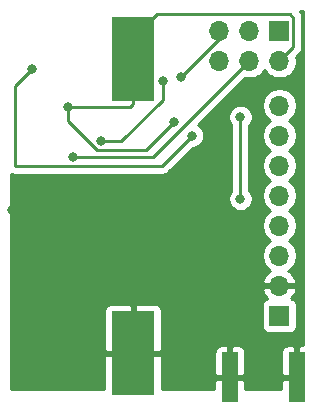
<source format=gbr>
G04 #@! TF.GenerationSoftware,KiCad,Pcbnew,5.1.5*
G04 #@! TF.CreationDate,2020-01-23T21:18:07+01:00*
G04 #@! TF.ProjectId,LORA_ATTINY84,4c4f5241-5f41-4545-9449-4e5938342e6b,rev?*
G04 #@! TF.SameCoordinates,Original*
G04 #@! TF.FileFunction,Copper,L2,Bot*
G04 #@! TF.FilePolarity,Positive*
%FSLAX46Y46*%
G04 Gerber Fmt 4.6, Leading zero omitted, Abs format (unit mm)*
G04 Created by KiCad (PCBNEW 5.1.5) date 2020-01-23 21:18:07*
%MOMM*%
%LPD*%
G04 APERTURE LIST*
%ADD10R,1.350000X4.200000*%
%ADD11O,1.700000X1.700000*%
%ADD12R,1.700000X1.700000*%
%ADD13R,3.600000X7.100000*%
%ADD14C,0.800000*%
%ADD15C,0.250000*%
%ADD16C,0.254000*%
G04 APERTURE END LIST*
D10*
X90912200Y-77393800D03*
X85262200Y-77393800D03*
D11*
X84378800Y-50596800D03*
X84378800Y-48056800D03*
X86918800Y-50596800D03*
X86918800Y-48056800D03*
X89458800Y-50596800D03*
D12*
X89458800Y-48056800D03*
D11*
X89458800Y-54381400D03*
X89458800Y-56921400D03*
X89458800Y-59461400D03*
X89458800Y-62001400D03*
X89458800Y-64541400D03*
X89458800Y-67081400D03*
X89458800Y-69621400D03*
D12*
X89458800Y-72161400D03*
D13*
X77063600Y-75336400D03*
X77063600Y-50444400D03*
D14*
X86969600Y-52481399D03*
X66827400Y-63246000D03*
X80492600Y-55778400D03*
X71515300Y-54508400D03*
X82067400Y-56921400D03*
X68489500Y-51269900D03*
X71983600Y-58775600D03*
X86156800Y-62280800D03*
X86156800Y-55346600D03*
X74320400Y-57404000D03*
X79564000Y-52298600D03*
X81122811Y-51965949D03*
D15*
X77063600Y-48694400D02*
X77063600Y-50444400D01*
X90331402Y-46644400D02*
X79113600Y-46644400D01*
X79113600Y-46644400D02*
X77063600Y-48694400D01*
X90633801Y-46946799D02*
X90331402Y-46644400D01*
X90633801Y-49421799D02*
X90633801Y-46946799D01*
X89458800Y-50596800D02*
X90633801Y-49421799D01*
X73972399Y-58129001D02*
X71515300Y-55671902D01*
X78141999Y-58129001D02*
X73972399Y-58129001D01*
X71515300Y-55671902D02*
X71515300Y-54508400D01*
X80492600Y-55778400D02*
X78141999Y-58129001D01*
X77063600Y-54244400D02*
X77063600Y-50444400D01*
X76799600Y-54508400D02*
X77063600Y-54244400D01*
X71515300Y-54508400D02*
X76799600Y-54508400D01*
X67069801Y-59500601D02*
X67056000Y-59486800D01*
X82067400Y-56921400D02*
X79488199Y-59500601D01*
X79488199Y-59500601D02*
X67069801Y-59500601D01*
X67069801Y-59500601D02*
X67069801Y-52689599D01*
X67069801Y-52689599D02*
X68489500Y-51269900D01*
X78740000Y-58775600D02*
X86918800Y-50596800D01*
X71983600Y-58775600D02*
X78740000Y-58775600D01*
X86156800Y-62280800D02*
X86156800Y-55346600D01*
X76039002Y-57404000D02*
X79564000Y-53879002D01*
X79564000Y-53879002D02*
X79564000Y-52298600D01*
X74320400Y-57404000D02*
X76039002Y-57404000D01*
X84378800Y-48709960D02*
X84378800Y-48056800D01*
X81122811Y-51965949D02*
X84378800Y-48709960D01*
D16*
G36*
X91418682Y-74657058D02*
G01*
X91197950Y-74658800D01*
X91039200Y-74817550D01*
X91039200Y-77266800D01*
X91059200Y-77266800D01*
X91059200Y-77520800D01*
X91039200Y-77520800D01*
X91039200Y-77540800D01*
X90785200Y-77540800D01*
X90785200Y-77520800D01*
X89760950Y-77520800D01*
X89602200Y-77679550D01*
X89601007Y-78384400D01*
X86573393Y-78384400D01*
X86572200Y-77679550D01*
X86413450Y-77520800D01*
X85389200Y-77520800D01*
X85389200Y-77540800D01*
X85135200Y-77540800D01*
X85135200Y-77520800D01*
X84110950Y-77520800D01*
X83952200Y-77679550D01*
X83951007Y-78384400D01*
X79501200Y-78384400D01*
X79498600Y-75622150D01*
X79339850Y-75463400D01*
X77190600Y-75463400D01*
X77190600Y-75483400D01*
X76936600Y-75483400D01*
X76936600Y-75463400D01*
X74787350Y-75463400D01*
X74628600Y-75622150D01*
X74626000Y-78384400D01*
X66724565Y-78384400D01*
X66722205Y-75293800D01*
X83949128Y-75293800D01*
X83952200Y-77108050D01*
X84110950Y-77266800D01*
X85135200Y-77266800D01*
X85135200Y-74817550D01*
X85389200Y-74817550D01*
X85389200Y-77266800D01*
X86413450Y-77266800D01*
X86572200Y-77108050D01*
X86575272Y-75293800D01*
X89599128Y-75293800D01*
X89602200Y-77108050D01*
X89760950Y-77266800D01*
X90785200Y-77266800D01*
X90785200Y-74817550D01*
X90626450Y-74658800D01*
X90237200Y-74655728D01*
X90112718Y-74667988D01*
X89993020Y-74704298D01*
X89882706Y-74763263D01*
X89786015Y-74842615D01*
X89706663Y-74939306D01*
X89647698Y-75049620D01*
X89611388Y-75169318D01*
X89599128Y-75293800D01*
X86575272Y-75293800D01*
X86563012Y-75169318D01*
X86526702Y-75049620D01*
X86467737Y-74939306D01*
X86388385Y-74842615D01*
X86291694Y-74763263D01*
X86181380Y-74704298D01*
X86061682Y-74667988D01*
X85937200Y-74655728D01*
X85547950Y-74658800D01*
X85389200Y-74817550D01*
X85135200Y-74817550D01*
X84976450Y-74658800D01*
X84587200Y-74655728D01*
X84462718Y-74667988D01*
X84343020Y-74704298D01*
X84232706Y-74763263D01*
X84136015Y-74842615D01*
X84056663Y-74939306D01*
X83997698Y-75049620D01*
X83961388Y-75169318D01*
X83949128Y-75293800D01*
X66722205Y-75293800D01*
X66719525Y-71786400D01*
X74625528Y-71786400D01*
X74628600Y-75050650D01*
X74787350Y-75209400D01*
X76936600Y-75209400D01*
X76936600Y-71310150D01*
X77190600Y-71310150D01*
X77190600Y-75209400D01*
X79339850Y-75209400D01*
X79498600Y-75050650D01*
X79501672Y-71786400D01*
X79489412Y-71661918D01*
X79453102Y-71542220D01*
X79394137Y-71431906D01*
X79314785Y-71335215D01*
X79285767Y-71311400D01*
X87970728Y-71311400D01*
X87970728Y-73011400D01*
X87982988Y-73135882D01*
X88019298Y-73255580D01*
X88078263Y-73365894D01*
X88157615Y-73462585D01*
X88254306Y-73541937D01*
X88364620Y-73600902D01*
X88484318Y-73637212D01*
X88608800Y-73649472D01*
X90308800Y-73649472D01*
X90433282Y-73637212D01*
X90552980Y-73600902D01*
X90663294Y-73541937D01*
X90759985Y-73462585D01*
X90839337Y-73365894D01*
X90898302Y-73255580D01*
X90934612Y-73135882D01*
X90946872Y-73011400D01*
X90946872Y-71311400D01*
X90934612Y-71186918D01*
X90898302Y-71067220D01*
X90839337Y-70956906D01*
X90759985Y-70860215D01*
X90663294Y-70780863D01*
X90552980Y-70721898D01*
X90472334Y-70697434D01*
X90556388Y-70621669D01*
X90730441Y-70388320D01*
X90855625Y-70125499D01*
X90900276Y-69978290D01*
X90778955Y-69748400D01*
X89585800Y-69748400D01*
X89585800Y-69768400D01*
X89331800Y-69768400D01*
X89331800Y-69748400D01*
X88138645Y-69748400D01*
X88017324Y-69978290D01*
X88061975Y-70125499D01*
X88187159Y-70388320D01*
X88361212Y-70621669D01*
X88445266Y-70697434D01*
X88364620Y-70721898D01*
X88254306Y-70780863D01*
X88157615Y-70860215D01*
X88078263Y-70956906D01*
X88019298Y-71067220D01*
X87982988Y-71186918D01*
X87970728Y-71311400D01*
X79285767Y-71311400D01*
X79218094Y-71255863D01*
X79107780Y-71196898D01*
X78988082Y-71160588D01*
X78863600Y-71148328D01*
X77349350Y-71151400D01*
X77190600Y-71310150D01*
X76936600Y-71310150D01*
X76777850Y-71151400D01*
X75263600Y-71148328D01*
X75139118Y-71160588D01*
X75019420Y-71196898D01*
X74909106Y-71255863D01*
X74812415Y-71335215D01*
X74733063Y-71431906D01*
X74674098Y-71542220D01*
X74637788Y-71661918D01*
X74625528Y-71786400D01*
X66719525Y-71786400D01*
X66710651Y-60170386D01*
X66777554Y-60206147D01*
X66920815Y-60249604D01*
X67069801Y-60264278D01*
X67107134Y-60260601D01*
X79450877Y-60260601D01*
X79488199Y-60264277D01*
X79525521Y-60260601D01*
X79525532Y-60260601D01*
X79637185Y-60249604D01*
X79780446Y-60206147D01*
X79912475Y-60135575D01*
X80028200Y-60040602D01*
X80052003Y-60011598D01*
X82107202Y-57956400D01*
X82169339Y-57956400D01*
X82369298Y-57916626D01*
X82557656Y-57838605D01*
X82727174Y-57725337D01*
X82871337Y-57581174D01*
X82984605Y-57411656D01*
X83062626Y-57223298D01*
X83102400Y-57023339D01*
X83102400Y-56819461D01*
X83062626Y-56619502D01*
X82984605Y-56431144D01*
X82871337Y-56261626D01*
X82727174Y-56117463D01*
X82574771Y-56015631D01*
X83345741Y-55244661D01*
X85121800Y-55244661D01*
X85121800Y-55448539D01*
X85161574Y-55648498D01*
X85239595Y-55836856D01*
X85352863Y-56006374D01*
X85396801Y-56050312D01*
X85396800Y-61577089D01*
X85352863Y-61621026D01*
X85239595Y-61790544D01*
X85161574Y-61978902D01*
X85121800Y-62178861D01*
X85121800Y-62382739D01*
X85161574Y-62582698D01*
X85239595Y-62771056D01*
X85352863Y-62940574D01*
X85497026Y-63084737D01*
X85666544Y-63198005D01*
X85854902Y-63276026D01*
X86054861Y-63315800D01*
X86258739Y-63315800D01*
X86458698Y-63276026D01*
X86647056Y-63198005D01*
X86816574Y-63084737D01*
X86960737Y-62940574D01*
X87074005Y-62771056D01*
X87152026Y-62582698D01*
X87191800Y-62382739D01*
X87191800Y-62178861D01*
X87152026Y-61978902D01*
X87074005Y-61790544D01*
X86960737Y-61621026D01*
X86916800Y-61577089D01*
X86916800Y-56050311D01*
X86960737Y-56006374D01*
X87074005Y-55836856D01*
X87152026Y-55648498D01*
X87191800Y-55448539D01*
X87191800Y-55244661D01*
X87152026Y-55044702D01*
X87074005Y-54856344D01*
X86960737Y-54686826D01*
X86816574Y-54542663D01*
X86647056Y-54429395D01*
X86458698Y-54351374D01*
X86258739Y-54311600D01*
X86054861Y-54311600D01*
X85854902Y-54351374D01*
X85666544Y-54429395D01*
X85497026Y-54542663D01*
X85352863Y-54686826D01*
X85239595Y-54856344D01*
X85161574Y-55044702D01*
X85121800Y-55244661D01*
X83345741Y-55244661D01*
X84355262Y-54235140D01*
X87973800Y-54235140D01*
X87973800Y-54527660D01*
X88030868Y-54814558D01*
X88142810Y-55084811D01*
X88305325Y-55328032D01*
X88512168Y-55534875D01*
X88686560Y-55651400D01*
X88512168Y-55767925D01*
X88305325Y-55974768D01*
X88142810Y-56217989D01*
X88030868Y-56488242D01*
X87973800Y-56775140D01*
X87973800Y-57067660D01*
X88030868Y-57354558D01*
X88142810Y-57624811D01*
X88305325Y-57868032D01*
X88512168Y-58074875D01*
X88686560Y-58191400D01*
X88512168Y-58307925D01*
X88305325Y-58514768D01*
X88142810Y-58757989D01*
X88030868Y-59028242D01*
X87973800Y-59315140D01*
X87973800Y-59607660D01*
X88030868Y-59894558D01*
X88142810Y-60164811D01*
X88305325Y-60408032D01*
X88512168Y-60614875D01*
X88686560Y-60731400D01*
X88512168Y-60847925D01*
X88305325Y-61054768D01*
X88142810Y-61297989D01*
X88030868Y-61568242D01*
X87973800Y-61855140D01*
X87973800Y-62147660D01*
X88030868Y-62434558D01*
X88142810Y-62704811D01*
X88305325Y-62948032D01*
X88512168Y-63154875D01*
X88686560Y-63271400D01*
X88512168Y-63387925D01*
X88305325Y-63594768D01*
X88142810Y-63837989D01*
X88030868Y-64108242D01*
X87973800Y-64395140D01*
X87973800Y-64687660D01*
X88030868Y-64974558D01*
X88142810Y-65244811D01*
X88305325Y-65488032D01*
X88512168Y-65694875D01*
X88686560Y-65811400D01*
X88512168Y-65927925D01*
X88305325Y-66134768D01*
X88142810Y-66377989D01*
X88030868Y-66648242D01*
X87973800Y-66935140D01*
X87973800Y-67227660D01*
X88030868Y-67514558D01*
X88142810Y-67784811D01*
X88305325Y-68028032D01*
X88512168Y-68234875D01*
X88694334Y-68356595D01*
X88577445Y-68426222D01*
X88361212Y-68621131D01*
X88187159Y-68854480D01*
X88061975Y-69117301D01*
X88017324Y-69264510D01*
X88138645Y-69494400D01*
X89331800Y-69494400D01*
X89331800Y-69474400D01*
X89585800Y-69474400D01*
X89585800Y-69494400D01*
X90778955Y-69494400D01*
X90900276Y-69264510D01*
X90855625Y-69117301D01*
X90730441Y-68854480D01*
X90556388Y-68621131D01*
X90340155Y-68426222D01*
X90223266Y-68356595D01*
X90405432Y-68234875D01*
X90612275Y-68028032D01*
X90774790Y-67784811D01*
X90886732Y-67514558D01*
X90943800Y-67227660D01*
X90943800Y-66935140D01*
X90886732Y-66648242D01*
X90774790Y-66377989D01*
X90612275Y-66134768D01*
X90405432Y-65927925D01*
X90231040Y-65811400D01*
X90405432Y-65694875D01*
X90612275Y-65488032D01*
X90774790Y-65244811D01*
X90886732Y-64974558D01*
X90943800Y-64687660D01*
X90943800Y-64395140D01*
X90886732Y-64108242D01*
X90774790Y-63837989D01*
X90612275Y-63594768D01*
X90405432Y-63387925D01*
X90231040Y-63271400D01*
X90405432Y-63154875D01*
X90612275Y-62948032D01*
X90774790Y-62704811D01*
X90886732Y-62434558D01*
X90943800Y-62147660D01*
X90943800Y-61855140D01*
X90886732Y-61568242D01*
X90774790Y-61297989D01*
X90612275Y-61054768D01*
X90405432Y-60847925D01*
X90231040Y-60731400D01*
X90405432Y-60614875D01*
X90612275Y-60408032D01*
X90774790Y-60164811D01*
X90886732Y-59894558D01*
X90943800Y-59607660D01*
X90943800Y-59315140D01*
X90886732Y-59028242D01*
X90774790Y-58757989D01*
X90612275Y-58514768D01*
X90405432Y-58307925D01*
X90231040Y-58191400D01*
X90405432Y-58074875D01*
X90612275Y-57868032D01*
X90774790Y-57624811D01*
X90886732Y-57354558D01*
X90943800Y-57067660D01*
X90943800Y-56775140D01*
X90886732Y-56488242D01*
X90774790Y-56217989D01*
X90612275Y-55974768D01*
X90405432Y-55767925D01*
X90231040Y-55651400D01*
X90405432Y-55534875D01*
X90612275Y-55328032D01*
X90774790Y-55084811D01*
X90886732Y-54814558D01*
X90943800Y-54527660D01*
X90943800Y-54235140D01*
X90886732Y-53948242D01*
X90774790Y-53677989D01*
X90612275Y-53434768D01*
X90405432Y-53227925D01*
X90162211Y-53065410D01*
X89891958Y-52953468D01*
X89605060Y-52896400D01*
X89312540Y-52896400D01*
X89025642Y-52953468D01*
X88755389Y-53065410D01*
X88512168Y-53227925D01*
X88305325Y-53434768D01*
X88142810Y-53677989D01*
X88030868Y-53948242D01*
X87973800Y-54235140D01*
X84355262Y-54235140D01*
X86552392Y-52038010D01*
X86772540Y-52081800D01*
X87065060Y-52081800D01*
X87351958Y-52024732D01*
X87622211Y-51912790D01*
X87865432Y-51750275D01*
X88072275Y-51543432D01*
X88188800Y-51369040D01*
X88305325Y-51543432D01*
X88512168Y-51750275D01*
X88755389Y-51912790D01*
X89025642Y-52024732D01*
X89312540Y-52081800D01*
X89605060Y-52081800D01*
X89891958Y-52024732D01*
X90162211Y-51912790D01*
X90405432Y-51750275D01*
X90612275Y-51543432D01*
X90774790Y-51300211D01*
X90886732Y-51029958D01*
X90943800Y-50743060D01*
X90943800Y-50450540D01*
X90900010Y-50230392D01*
X91144805Y-49985597D01*
X91173802Y-49961800D01*
X91268775Y-49846075D01*
X91339347Y-49714046D01*
X91382804Y-49570785D01*
X91393801Y-49459132D01*
X91393801Y-49459123D01*
X91397477Y-49421800D01*
X91393801Y-49384477D01*
X91393801Y-46984124D01*
X91397477Y-46946799D01*
X91393801Y-46909474D01*
X91393801Y-46909466D01*
X91382804Y-46797813D01*
X91339347Y-46654552D01*
X91268775Y-46522523D01*
X91173802Y-46406798D01*
X91172099Y-46405400D01*
X91440264Y-46405400D01*
X91418682Y-74657058D01*
G37*
X91418682Y-74657058D02*
X91197950Y-74658800D01*
X91039200Y-74817550D01*
X91039200Y-77266800D01*
X91059200Y-77266800D01*
X91059200Y-77520800D01*
X91039200Y-77520800D01*
X91039200Y-77540800D01*
X90785200Y-77540800D01*
X90785200Y-77520800D01*
X89760950Y-77520800D01*
X89602200Y-77679550D01*
X89601007Y-78384400D01*
X86573393Y-78384400D01*
X86572200Y-77679550D01*
X86413450Y-77520800D01*
X85389200Y-77520800D01*
X85389200Y-77540800D01*
X85135200Y-77540800D01*
X85135200Y-77520800D01*
X84110950Y-77520800D01*
X83952200Y-77679550D01*
X83951007Y-78384400D01*
X79501200Y-78384400D01*
X79498600Y-75622150D01*
X79339850Y-75463400D01*
X77190600Y-75463400D01*
X77190600Y-75483400D01*
X76936600Y-75483400D01*
X76936600Y-75463400D01*
X74787350Y-75463400D01*
X74628600Y-75622150D01*
X74626000Y-78384400D01*
X66724565Y-78384400D01*
X66722205Y-75293800D01*
X83949128Y-75293800D01*
X83952200Y-77108050D01*
X84110950Y-77266800D01*
X85135200Y-77266800D01*
X85135200Y-74817550D01*
X85389200Y-74817550D01*
X85389200Y-77266800D01*
X86413450Y-77266800D01*
X86572200Y-77108050D01*
X86575272Y-75293800D01*
X89599128Y-75293800D01*
X89602200Y-77108050D01*
X89760950Y-77266800D01*
X90785200Y-77266800D01*
X90785200Y-74817550D01*
X90626450Y-74658800D01*
X90237200Y-74655728D01*
X90112718Y-74667988D01*
X89993020Y-74704298D01*
X89882706Y-74763263D01*
X89786015Y-74842615D01*
X89706663Y-74939306D01*
X89647698Y-75049620D01*
X89611388Y-75169318D01*
X89599128Y-75293800D01*
X86575272Y-75293800D01*
X86563012Y-75169318D01*
X86526702Y-75049620D01*
X86467737Y-74939306D01*
X86388385Y-74842615D01*
X86291694Y-74763263D01*
X86181380Y-74704298D01*
X86061682Y-74667988D01*
X85937200Y-74655728D01*
X85547950Y-74658800D01*
X85389200Y-74817550D01*
X85135200Y-74817550D01*
X84976450Y-74658800D01*
X84587200Y-74655728D01*
X84462718Y-74667988D01*
X84343020Y-74704298D01*
X84232706Y-74763263D01*
X84136015Y-74842615D01*
X84056663Y-74939306D01*
X83997698Y-75049620D01*
X83961388Y-75169318D01*
X83949128Y-75293800D01*
X66722205Y-75293800D01*
X66719525Y-71786400D01*
X74625528Y-71786400D01*
X74628600Y-75050650D01*
X74787350Y-75209400D01*
X76936600Y-75209400D01*
X76936600Y-71310150D01*
X77190600Y-71310150D01*
X77190600Y-75209400D01*
X79339850Y-75209400D01*
X79498600Y-75050650D01*
X79501672Y-71786400D01*
X79489412Y-71661918D01*
X79453102Y-71542220D01*
X79394137Y-71431906D01*
X79314785Y-71335215D01*
X79285767Y-71311400D01*
X87970728Y-71311400D01*
X87970728Y-73011400D01*
X87982988Y-73135882D01*
X88019298Y-73255580D01*
X88078263Y-73365894D01*
X88157615Y-73462585D01*
X88254306Y-73541937D01*
X88364620Y-73600902D01*
X88484318Y-73637212D01*
X88608800Y-73649472D01*
X90308800Y-73649472D01*
X90433282Y-73637212D01*
X90552980Y-73600902D01*
X90663294Y-73541937D01*
X90759985Y-73462585D01*
X90839337Y-73365894D01*
X90898302Y-73255580D01*
X90934612Y-73135882D01*
X90946872Y-73011400D01*
X90946872Y-71311400D01*
X90934612Y-71186918D01*
X90898302Y-71067220D01*
X90839337Y-70956906D01*
X90759985Y-70860215D01*
X90663294Y-70780863D01*
X90552980Y-70721898D01*
X90472334Y-70697434D01*
X90556388Y-70621669D01*
X90730441Y-70388320D01*
X90855625Y-70125499D01*
X90900276Y-69978290D01*
X90778955Y-69748400D01*
X89585800Y-69748400D01*
X89585800Y-69768400D01*
X89331800Y-69768400D01*
X89331800Y-69748400D01*
X88138645Y-69748400D01*
X88017324Y-69978290D01*
X88061975Y-70125499D01*
X88187159Y-70388320D01*
X88361212Y-70621669D01*
X88445266Y-70697434D01*
X88364620Y-70721898D01*
X88254306Y-70780863D01*
X88157615Y-70860215D01*
X88078263Y-70956906D01*
X88019298Y-71067220D01*
X87982988Y-71186918D01*
X87970728Y-71311400D01*
X79285767Y-71311400D01*
X79218094Y-71255863D01*
X79107780Y-71196898D01*
X78988082Y-71160588D01*
X78863600Y-71148328D01*
X77349350Y-71151400D01*
X77190600Y-71310150D01*
X76936600Y-71310150D01*
X76777850Y-71151400D01*
X75263600Y-71148328D01*
X75139118Y-71160588D01*
X75019420Y-71196898D01*
X74909106Y-71255863D01*
X74812415Y-71335215D01*
X74733063Y-71431906D01*
X74674098Y-71542220D01*
X74637788Y-71661918D01*
X74625528Y-71786400D01*
X66719525Y-71786400D01*
X66710651Y-60170386D01*
X66777554Y-60206147D01*
X66920815Y-60249604D01*
X67069801Y-60264278D01*
X67107134Y-60260601D01*
X79450877Y-60260601D01*
X79488199Y-60264277D01*
X79525521Y-60260601D01*
X79525532Y-60260601D01*
X79637185Y-60249604D01*
X79780446Y-60206147D01*
X79912475Y-60135575D01*
X80028200Y-60040602D01*
X80052003Y-60011598D01*
X82107202Y-57956400D01*
X82169339Y-57956400D01*
X82369298Y-57916626D01*
X82557656Y-57838605D01*
X82727174Y-57725337D01*
X82871337Y-57581174D01*
X82984605Y-57411656D01*
X83062626Y-57223298D01*
X83102400Y-57023339D01*
X83102400Y-56819461D01*
X83062626Y-56619502D01*
X82984605Y-56431144D01*
X82871337Y-56261626D01*
X82727174Y-56117463D01*
X82574771Y-56015631D01*
X83345741Y-55244661D01*
X85121800Y-55244661D01*
X85121800Y-55448539D01*
X85161574Y-55648498D01*
X85239595Y-55836856D01*
X85352863Y-56006374D01*
X85396801Y-56050312D01*
X85396800Y-61577089D01*
X85352863Y-61621026D01*
X85239595Y-61790544D01*
X85161574Y-61978902D01*
X85121800Y-62178861D01*
X85121800Y-62382739D01*
X85161574Y-62582698D01*
X85239595Y-62771056D01*
X85352863Y-62940574D01*
X85497026Y-63084737D01*
X85666544Y-63198005D01*
X85854902Y-63276026D01*
X86054861Y-63315800D01*
X86258739Y-63315800D01*
X86458698Y-63276026D01*
X86647056Y-63198005D01*
X86816574Y-63084737D01*
X86960737Y-62940574D01*
X87074005Y-62771056D01*
X87152026Y-62582698D01*
X87191800Y-62382739D01*
X87191800Y-62178861D01*
X87152026Y-61978902D01*
X87074005Y-61790544D01*
X86960737Y-61621026D01*
X86916800Y-61577089D01*
X86916800Y-56050311D01*
X86960737Y-56006374D01*
X87074005Y-55836856D01*
X87152026Y-55648498D01*
X87191800Y-55448539D01*
X87191800Y-55244661D01*
X87152026Y-55044702D01*
X87074005Y-54856344D01*
X86960737Y-54686826D01*
X86816574Y-54542663D01*
X86647056Y-54429395D01*
X86458698Y-54351374D01*
X86258739Y-54311600D01*
X86054861Y-54311600D01*
X85854902Y-54351374D01*
X85666544Y-54429395D01*
X85497026Y-54542663D01*
X85352863Y-54686826D01*
X85239595Y-54856344D01*
X85161574Y-55044702D01*
X85121800Y-55244661D01*
X83345741Y-55244661D01*
X84355262Y-54235140D01*
X87973800Y-54235140D01*
X87973800Y-54527660D01*
X88030868Y-54814558D01*
X88142810Y-55084811D01*
X88305325Y-55328032D01*
X88512168Y-55534875D01*
X88686560Y-55651400D01*
X88512168Y-55767925D01*
X88305325Y-55974768D01*
X88142810Y-56217989D01*
X88030868Y-56488242D01*
X87973800Y-56775140D01*
X87973800Y-57067660D01*
X88030868Y-57354558D01*
X88142810Y-57624811D01*
X88305325Y-57868032D01*
X88512168Y-58074875D01*
X88686560Y-58191400D01*
X88512168Y-58307925D01*
X88305325Y-58514768D01*
X88142810Y-58757989D01*
X88030868Y-59028242D01*
X87973800Y-59315140D01*
X87973800Y-59607660D01*
X88030868Y-59894558D01*
X88142810Y-60164811D01*
X88305325Y-60408032D01*
X88512168Y-60614875D01*
X88686560Y-60731400D01*
X88512168Y-60847925D01*
X88305325Y-61054768D01*
X88142810Y-61297989D01*
X88030868Y-61568242D01*
X87973800Y-61855140D01*
X87973800Y-62147660D01*
X88030868Y-62434558D01*
X88142810Y-62704811D01*
X88305325Y-62948032D01*
X88512168Y-63154875D01*
X88686560Y-63271400D01*
X88512168Y-63387925D01*
X88305325Y-63594768D01*
X88142810Y-63837989D01*
X88030868Y-64108242D01*
X87973800Y-64395140D01*
X87973800Y-64687660D01*
X88030868Y-64974558D01*
X88142810Y-65244811D01*
X88305325Y-65488032D01*
X88512168Y-65694875D01*
X88686560Y-65811400D01*
X88512168Y-65927925D01*
X88305325Y-66134768D01*
X88142810Y-66377989D01*
X88030868Y-66648242D01*
X87973800Y-66935140D01*
X87973800Y-67227660D01*
X88030868Y-67514558D01*
X88142810Y-67784811D01*
X88305325Y-68028032D01*
X88512168Y-68234875D01*
X88694334Y-68356595D01*
X88577445Y-68426222D01*
X88361212Y-68621131D01*
X88187159Y-68854480D01*
X88061975Y-69117301D01*
X88017324Y-69264510D01*
X88138645Y-69494400D01*
X89331800Y-69494400D01*
X89331800Y-69474400D01*
X89585800Y-69474400D01*
X89585800Y-69494400D01*
X90778955Y-69494400D01*
X90900276Y-69264510D01*
X90855625Y-69117301D01*
X90730441Y-68854480D01*
X90556388Y-68621131D01*
X90340155Y-68426222D01*
X90223266Y-68356595D01*
X90405432Y-68234875D01*
X90612275Y-68028032D01*
X90774790Y-67784811D01*
X90886732Y-67514558D01*
X90943800Y-67227660D01*
X90943800Y-66935140D01*
X90886732Y-66648242D01*
X90774790Y-66377989D01*
X90612275Y-66134768D01*
X90405432Y-65927925D01*
X90231040Y-65811400D01*
X90405432Y-65694875D01*
X90612275Y-65488032D01*
X90774790Y-65244811D01*
X90886732Y-64974558D01*
X90943800Y-64687660D01*
X90943800Y-64395140D01*
X90886732Y-64108242D01*
X90774790Y-63837989D01*
X90612275Y-63594768D01*
X90405432Y-63387925D01*
X90231040Y-63271400D01*
X90405432Y-63154875D01*
X90612275Y-62948032D01*
X90774790Y-62704811D01*
X90886732Y-62434558D01*
X90943800Y-62147660D01*
X90943800Y-61855140D01*
X90886732Y-61568242D01*
X90774790Y-61297989D01*
X90612275Y-61054768D01*
X90405432Y-60847925D01*
X90231040Y-60731400D01*
X90405432Y-60614875D01*
X90612275Y-60408032D01*
X90774790Y-60164811D01*
X90886732Y-59894558D01*
X90943800Y-59607660D01*
X90943800Y-59315140D01*
X90886732Y-59028242D01*
X90774790Y-58757989D01*
X90612275Y-58514768D01*
X90405432Y-58307925D01*
X90231040Y-58191400D01*
X90405432Y-58074875D01*
X90612275Y-57868032D01*
X90774790Y-57624811D01*
X90886732Y-57354558D01*
X90943800Y-57067660D01*
X90943800Y-56775140D01*
X90886732Y-56488242D01*
X90774790Y-56217989D01*
X90612275Y-55974768D01*
X90405432Y-55767925D01*
X90231040Y-55651400D01*
X90405432Y-55534875D01*
X90612275Y-55328032D01*
X90774790Y-55084811D01*
X90886732Y-54814558D01*
X90943800Y-54527660D01*
X90943800Y-54235140D01*
X90886732Y-53948242D01*
X90774790Y-53677989D01*
X90612275Y-53434768D01*
X90405432Y-53227925D01*
X90162211Y-53065410D01*
X89891958Y-52953468D01*
X89605060Y-52896400D01*
X89312540Y-52896400D01*
X89025642Y-52953468D01*
X88755389Y-53065410D01*
X88512168Y-53227925D01*
X88305325Y-53434768D01*
X88142810Y-53677989D01*
X88030868Y-53948242D01*
X87973800Y-54235140D01*
X84355262Y-54235140D01*
X86552392Y-52038010D01*
X86772540Y-52081800D01*
X87065060Y-52081800D01*
X87351958Y-52024732D01*
X87622211Y-51912790D01*
X87865432Y-51750275D01*
X88072275Y-51543432D01*
X88188800Y-51369040D01*
X88305325Y-51543432D01*
X88512168Y-51750275D01*
X88755389Y-51912790D01*
X89025642Y-52024732D01*
X89312540Y-52081800D01*
X89605060Y-52081800D01*
X89891958Y-52024732D01*
X90162211Y-51912790D01*
X90405432Y-51750275D01*
X90612275Y-51543432D01*
X90774790Y-51300211D01*
X90886732Y-51029958D01*
X90943800Y-50743060D01*
X90943800Y-50450540D01*
X90900010Y-50230392D01*
X91144805Y-49985597D01*
X91173802Y-49961800D01*
X91268775Y-49846075D01*
X91339347Y-49714046D01*
X91382804Y-49570785D01*
X91393801Y-49459132D01*
X91393801Y-49459123D01*
X91397477Y-49421800D01*
X91393801Y-49384477D01*
X91393801Y-46984124D01*
X91397477Y-46946799D01*
X91393801Y-46909474D01*
X91393801Y-46909466D01*
X91382804Y-46797813D01*
X91339347Y-46654552D01*
X91268775Y-46522523D01*
X91173802Y-46406798D01*
X91172099Y-46405400D01*
X91440264Y-46405400D01*
X91418682Y-74657058D01*
G36*
X84505800Y-50469800D02*
G01*
X84525800Y-50469800D01*
X84525800Y-50723800D01*
X84505800Y-50723800D01*
X84505800Y-50743800D01*
X84251800Y-50743800D01*
X84251800Y-50723800D01*
X84231800Y-50723800D01*
X84231800Y-50469800D01*
X84251800Y-50469800D01*
X84251800Y-50449800D01*
X84505800Y-50449800D01*
X84505800Y-50469800D01*
G37*
X84505800Y-50469800D02*
X84525800Y-50469800D01*
X84525800Y-50723800D01*
X84505800Y-50723800D01*
X84505800Y-50743800D01*
X84251800Y-50743800D01*
X84251800Y-50723800D01*
X84231800Y-50723800D01*
X84231800Y-50469800D01*
X84251800Y-50469800D01*
X84251800Y-50449800D01*
X84505800Y-50449800D01*
X84505800Y-50469800D01*
M02*

</source>
